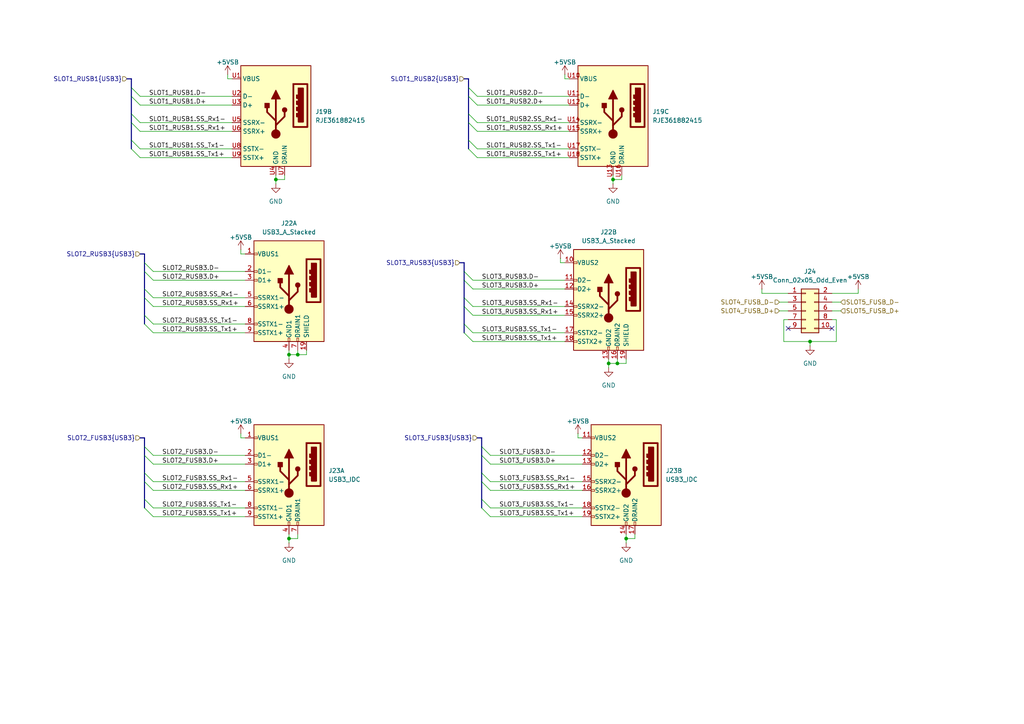
<source format=kicad_sch>
(kicad_sch (version 20250114) (generator "eeschema") (generator_version "9.0")
  (paper "A4")
  (lib_symbols
    (symbol "Connector:USB3_A_Stacked" (pin_names (offset 1.016))
      (property "Reference" "J" (at -10.16 15.24 0))
      (property "Value" "USB3_A_Stacked" (at 10.16 15.24 0))
      (symbol "USB3_A_Stacked_0_0"
        (rectangle (start -9.144 8.636) (end -5.08 -3.81) (stroke (width 0.508)))
        (rectangle (start -7.874 7.366) (end -6.604 -2.286) (stroke (width 0.508)) (fill (type outline)))
        (rectangle (start -6.35 5.334) (end -6.096 4.572) (stroke (width 0.508)))
        (rectangle (start -6.35 3.556) (end -6.096 2.794) (stroke (width 0.508)))
        (rectangle (start -6.35 1.778) (end -6.096 1.016) (stroke (width 0.508)))
        (rectangle (start -6.35 0) (end -6.096 -0.762) (stroke (width 0.508)))
        (rectangle (start -2.794 -15.24) (end -2.286 -14.224))
        (rectangle (start -0.254 -15.24) (end 0.254 -14.224))
        (rectangle (start 10.16 10.414) (end 9.144 9.906))
        (rectangle (start 10.16 5.334) (end 9.144 4.826))
        (rectangle (start 10.16 2.794) (end 9.144 2.286))
        (rectangle (start 10.16 -2.286) (end 9.144 -2.794))
        (rectangle (start 10.16 -4.826) (end 9.144 -5.334))
        (rectangle (start 10.16 -9.906) (end 9.144 -10.414))
        (rectangle (start 10.16 -12.446) (end 9.144 -12.954))
      )
      (symbol "USB3_A_Stacked_0_1"
        (rectangle (start -10.16 13.97) (end 10.16 -15.24) (stroke (width 0.254)) (fill (type background)))
        (pin passive line (at -5.08 -17.78 90) (length 2.54) (name "SHIELD") (number "19"))
      )
      (symbol "USB3_A_Stacked_1_1"
        (circle (center -2.54 1.143) (radius 0.635) (stroke (width 0.254)) (fill (type outline)))
        (polyline (pts (xy -1.27 4.318) (xy 0 6.858) (xy 1.27 4.318) (xy -1.27 4.318)) (stroke (width 0.254)) (fill (type outline)))
        (polyline (pts (xy 0 -2.032) (xy 2.54 0.508) (xy 2.54 1.778)) (stroke (width 0.508)))
        (polyline (pts (xy 0 -3.302) (xy -2.54 -0.762) (xy -2.54 0.508)) (stroke (width 0.508)))
        (polyline (pts (xy 0 -5.842) (xy 0 4.318)) (stroke (width 0.508)))
        (circle (center 0 -5.842) (radius 1.27) (fill (type outline)))
        (rectangle (start 1.905 1.778) (end 3.175 3.048) (stroke (width 0.254)) (fill (type outline)))
        (pin passive line (at -2.54 -17.78 90) (length 2.54) (name "DRAIN1") (number "7"))
        (pin power_in line (at 0 -17.78 90) (length 2.54) (name "GND1") (number "4"))
        (pin power_in line (at 12.7 10.16 180) (length 2.54) (name "VBUS1") (number "1"))
        (pin bidirectional line (at 12.7 5.08 180) (length 2.54) (name "D1-") (number "2"))
        (pin bidirectional line (at 12.7 2.54 180) (length 2.54) (name "D1+") (number "3"))
        (pin output line (at 12.7 -2.54 180) (length 2.54) (name "SSRX1-") (number "5"))
        (pin output line (at 12.7 -5.08 180) (length 2.54) (name "SSRX1+") (number "6"))
        (pin input line (at 12.7 -10.16 180) (length 2.54) (name "SSTX1-") (number "8"))
        (pin input line (at 12.7 -12.7 180) (length 2.54) (name "SSTX1+") (number "9"))
      )
      (symbol "USB3_A_Stacked_2_1"
        (circle (center -2.54 1.143) (radius 0.635) (stroke (width 0.254)) (fill (type outline)))
        (polyline (pts (xy -1.27 4.318) (xy 0 6.858) (xy 1.27 4.318) (xy -1.27 4.318)) (stroke (width 0.254)) (fill (type outline)))
        (polyline (pts (xy 0 -2.032) (xy 2.54 0.508) (xy 2.54 1.778)) (stroke (width 0.508)))
        (polyline (pts (xy 0 -3.302) (xy -2.54 -0.762) (xy -2.54 0.508)) (stroke (width 0.508)))
        (polyline (pts (xy 0 -5.842) (xy 0 4.318)) (stroke (width 0.508)))
        (circle (center 0 -5.842) (radius 1.27) (fill (type outline)))
        (rectangle (start 1.905 1.778) (end 3.175 3.048) (stroke (width 0.254)) (fill (type outline)))
        (pin passive line (at -2.54 -17.78 90) (length 2.54) (name "DRAIN2") (number "16"))
        (pin power_in line (at 0 -17.78 90) (length 2.54) (name "GND2") (number "13"))
        (pin power_in line (at 12.7 10.16 180) (length 2.54) (name "VBUS2") (number "10"))
        (pin bidirectional line (at 12.7 5.08 180) (length 2.54) (name "D2-") (number "11"))
        (pin bidirectional line (at 12.7 2.54 180) (length 2.54) (name "D2+") (number "12"))
        (pin output line (at 12.7 -2.54 180) (length 2.54) (name "SSRX2-") (number "14"))
        (pin output line (at 12.7 -5.08 180) (length 2.54) (name "SSRX2+") (number "15"))
        (pin input line (at 12.7 -10.16 180) (length 2.54) (name "SSTX2-") (number "17"))
        (pin input line (at 12.7 -12.7 180) (length 2.54) (name "SSTX2+") (number "18"))
      )
    )
    (symbol "Connector_Generic:Conn_02x05_Odd_Even" (pin_names (offset 1.016) (hide yes))
      (property "Reference" "J" (at 1.27 7.62 0))
      (property "Value" "Conn_02x05_Odd_Even" (at 1.27 -7.62 0))
      (symbol "Conn_02x05_Odd_Even_1_1"
        (rectangle (start -1.27 6.35) (end 3.81 -6.35) (stroke (width 0.254)) (fill (type background)))
        (rectangle (start -1.27 5.207) (end 0 4.953) (stroke (width 0.1524)))
        (rectangle (start -1.27 2.667) (end 0 2.413) (stroke (width 0.1524)))
        (rectangle (start -1.27 0.127) (end 0 -0.127) (stroke (width 0.1524)))
        (rectangle (start -1.27 -2.413) (end 0 -2.667) (stroke (width 0.1524)))
        (rectangle (start -1.27 -4.953) (end 0 -5.207) (stroke (width 0.1524)))
        (rectangle (start 3.81 5.207) (end 2.54 4.953) (stroke (width 0.1524)))
        (rectangle (start 3.81 2.667) (end 2.54 2.413) (stroke (width 0.1524)))
        (rectangle (start 3.81 0.127) (end 2.54 -0.127) (stroke (width 0.1524)))
        (rectangle (start 3.81 -2.413) (end 2.54 -2.667) (stroke (width 0.1524)))
        (rectangle (start 3.81 -4.953) (end 2.54 -5.207) (stroke (width 0.1524)))
        (pin passive line (at -5.08 5.08 0) (length 3.81) (name "Pin_1") (number "1"))
        (pin passive line (at -5.08 2.54 0) (length 3.81) (name "Pin_3") (number "3"))
        (pin passive line (at -5.08 0 0) (length 3.81) (name "Pin_5") (number "5"))
        (pin passive line (at -5.08 -2.54 0) (length 3.81) (name "Pin_7") (number "7"))
        (pin passive line (at -5.08 -5.08 0) (length 3.81) (name "Pin_9") (number "9"))
        (pin passive line (at 7.62 5.08 180) (length 3.81) (name "Pin_2") (number "2"))
        (pin passive line (at 7.62 2.54 180) (length 3.81) (name "Pin_4") (number "4"))
        (pin passive line (at 7.62 0 180) (length 3.81) (name "Pin_6") (number "6"))
        (pin passive line (at 7.62 -2.54 180) (length 3.81) (name "Pin_8") (number "8"))
        (pin passive line (at 7.62 -5.08 180) (length 3.81) (name "Pin_10") (number "10"))
      )
    )
    (symbol "custom:1xRJ45+2xUSB3"
      (property "Reference" "J" (at 0 0 0))
      (property "Value" "RJE361882415" (at 0 2.794 0))
      (symbol "1xRJ45+2xUSB3_1_1"
        (rectangle (start -7.62 -2.54) (end 7.62 -25.4) (stroke (width 0.254)) (fill (type background)))
        (polyline (pts (xy -7.62 -5.08) (xy -6.35 -5.08)))
        (polyline (pts (xy -7.62 -7.62) (xy -6.35 -7.62)))
        (polyline (pts (xy -7.62 -20.32) (xy -6.35 -20.32)))
        (polyline (pts (xy -7.62 -22.86) (xy -6.35 -22.86)))
        (polyline (pts (xy -6.858 -5.842) (xy -5.842 -5.842)))
        (polyline (pts (xy -6.858 -21.082) (xy -5.842 -21.082)))
        (polyline (pts (xy -6.35 -5.08) (xy -6.35 -5.842)))
        (polyline (pts (xy -6.35 -5.842) (xy -6.858 -6.858) (xy -5.842 -6.858) (xy -6.35 -5.842)))
        (polyline (pts (xy -6.35 -7.62) (xy -6.35 -6.858)))
        (polyline (pts (xy -6.35 -13.335) (xy -5.08 -13.335) (xy -5.08 -13.335)))
        (polyline (pts (xy -6.35 -14.605) (xy -5.08 -14.605) (xy -5.08 -14.605)))
        (polyline (pts (xy -6.35 -15.875) (xy -5.08 -15.875) (xy -5.08 -15.875)))
        (polyline (pts (xy -6.35 -17.145) (xy -5.08 -17.145) (xy -5.08 -17.145)))
        (polyline (pts (xy -6.35 -18.415) (xy -5.08 -18.415) (xy -5.08 -18.415)))
        (polyline (pts (xy -6.35 -19.685) (xy -6.35 -8.255) (xy 3.81 -8.255) (xy 3.81 -10.795) (xy 5.08 -10.795) (xy 5.08 -12.065) (xy 6.35 -12.065) (xy 6.35 -15.875) (xy 5.08 -15.875) (xy 5.08 -17.145) (xy 3.81 -17.145) (xy 3.81 -19.685) (xy -6.35 -19.685) (xy -6.35 -19.685)))
        (polyline (pts (xy -6.35 -20.32) (xy -6.35 -21.082)))
        (polyline (pts (xy -6.35 -21.082) (xy -6.858 -22.098) (xy -5.842 -22.098) (xy -6.35 -21.082)))
        (polyline (pts (xy -6.35 -22.86) (xy -6.35 -22.098)))
        (polyline (pts (xy -5.588 -6.096) (xy -5.08 -5.588) (xy -5.461 -5.715)))
        (polyline (pts (xy -5.588 -6.731) (xy -5.08 -6.223) (xy -5.461 -6.35)))
        (polyline (pts (xy -5.588 -21.336) (xy -5.08 -20.828) (xy -5.461 -20.955)))
        (polyline (pts (xy -5.588 -21.971) (xy -5.08 -21.463) (xy -5.461 -21.59)))
        (polyline (pts (xy -5.08 -5.588) (xy -5.207 -5.969)))
        (polyline (pts (xy -5.08 -6.223) (xy -5.207 -6.604)))
        (polyline (pts (xy -5.08 -9.525) (xy -6.35 -9.525)))
        (polyline (pts (xy -5.08 -10.795) (xy -6.35 -10.795)))
        (polyline (pts (xy -5.08 -12.065) (xy -6.35 -12.065) (xy -6.35 -12.065)))
        (polyline (pts (xy -5.08 -20.828) (xy -5.207 -21.209)))
        (polyline (pts (xy -5.08 -21.463) (xy -5.207 -21.844)))
        (pin passive line (at -10.16 -5.08 0) (length 2.54) (name "~") (number "D2"))
        (pin passive line (at -10.16 -7.62 0) (length 2.54) (name "~") (number "D1"))
        (pin passive line (at -10.16 -20.32 0) (length 2.54) (name "~") (number "D4"))
        (pin passive line (at -10.16 -22.86 0) (length 2.54) (name "~") (number "D3"))
        (pin passive line (at 0 -27.94 90) (length 2.54) (name "SH") (number "SH"))
        (pin passive line (at 10.16 -5.08 180) (length 2.54) (name "~") (number "8"))
        (pin passive line (at 10.16 -7.62 180) (length 2.54) (name "~") (number "7"))
        (pin passive line (at 10.16 -10.16 180) (length 2.54) (name "~") (number "6"))
        (pin passive line (at 10.16 -12.7 180) (length 2.54) (name "~") (number "5"))
        (pin passive line (at 10.16 -15.24 180) (length 2.54) (name "~") (number "4"))
        (pin passive line (at 10.16 -17.78 180) (length 2.54) (name "~") (number "3"))
        (pin passive line (at 10.16 -20.32 180) (length 2.54) (name "~") (number "2"))
        (pin passive line (at 10.16 -22.86 180) (length 2.54) (name "~") (number "1"))
      )
      (symbol "1xRJ45+2xUSB3_2_0"
        (rectangle (start -9.144 -6.604) (end -5.08 -19.05) (stroke (width 0.508)))
        (rectangle (start -7.874 -7.874) (end -6.604 -17.526) (stroke (width 0.508)) (fill (type outline)))
        (rectangle (start -6.35 -9.906) (end -6.096 -10.668) (stroke (width 0.508)))
        (rectangle (start -6.35 -11.684) (end -6.096 -12.446) (stroke (width 0.508)))
        (rectangle (start -6.35 -13.462) (end -6.096 -14.224) (stroke (width 0.508)))
        (rectangle (start -6.35 -15.24) (end -6.096 -16.002) (stroke (width 0.508)))
      )
      (symbol "1xRJ45+2xUSB3_2_1"
        (rectangle (start -10.16 -1.27) (end 10.16 -30.48) (stroke (width 0.254)) (fill (type background)))
        (circle (center -2.54 -14.097) (radius 0.635) (stroke (width 0.254)) (fill (type outline)))
        (polyline (pts (xy -1.27 -10.922) (xy 0 -8.382) (xy 1.27 -10.922) (xy -1.27 -10.922)) (stroke (width 0.254)) (fill (type outline)))
        (polyline (pts (xy 0 -17.272) (xy 2.54 -14.732) (xy 2.54 -13.462)) (stroke (width 0.508)))
        (polyline (pts (xy 0 -18.542) (xy -2.54 -16.002) (xy -2.54 -14.732)) (stroke (width 0.508)))
        (polyline (pts (xy 0 -21.082) (xy 0 -10.922)) (stroke (width 0.508)))
        (circle (center 0 -21.082) (radius 1.27) (fill (type outline)))
        (rectangle (start 1.905 -13.462) (end 3.175 -12.192) (stroke (width 0.254)) (fill (type outline)))
        (pin passive line (at -2.54 -33.02 90) (length 2.54) (name "DRAIN") (number "U7"))
        (pin power_in line (at 0 -33.02 90) (length 2.54) (name "GND") (number "U4"))
        (pin power_in line (at 12.7 -5.08 180) (length 2.54) (name "VBUS") (number "U1"))
        (pin bidirectional line (at 12.7 -10.16 180) (length 2.54) (name "D-") (number "U2"))
        (pin bidirectional line (at 12.7 -12.7 180) (length 2.54) (name "D+") (number "U3"))
        (pin output line (at 12.7 -17.78 180) (length 2.54) (name "SSRX-") (number "U5"))
        (pin output line (at 12.7 -20.32 180) (length 2.54) (name "SSRX+") (number "U6"))
        (pin input line (at 12.7 -25.4 180) (length 2.54) (name "SSTX-") (number "U8"))
        (pin input line (at 12.7 -27.94 180) (length 2.54) (name "SSTX+") (number "U9"))
      )
      (symbol "1xRJ45+2xUSB3_3_0"
        (rectangle (start -9.144 -6.604) (end -5.08 -19.05) (stroke (width 0.508)))
        (rectangle (start -7.874 -7.874) (end -6.604 -17.526) (stroke (width 0.508)) (fill (type outline)))
        (rectangle (start -6.35 -9.906) (end -6.096 -10.668) (stroke (width 0.508)))
        (rectangle (start -6.35 -11.684) (end -6.096 -12.446) (stroke (width 0.508)))
        (rectangle (start -6.35 -13.462) (end -6.096 -14.224) (stroke (width 0.508)))
        (rectangle (start -6.35 -15.24) (end -6.096 -16.002) (stroke (width 0.508)))
      )
      (symbol "1xRJ45+2xUSB3_3_1"
        (rectangle (start -10.16 -1.27) (end 10.16 -30.48) (stroke (width 0.254)) (fill (type background)))
        (circle (center -2.54 -14.097) (radius 0.635) (stroke (width 0.254)) (fill (type outline)))
        (polyline (pts (xy -1.27 -10.922) (xy 0 -8.382) (xy 1.27 -10.922) (xy -1.27 -10.922)) (stroke (width 0.254)) (fill (type outline)))
        (polyline (pts (xy 0 -17.272) (xy 2.54 -14.732) (xy 2.54 -13.462)) (stroke (width 0.508)))
        (polyline (pts (xy 0 -18.542) (xy -2.54 -16.002) (xy -2.54 -14.732)) (stroke (width 0.508)))
        (polyline (pts (xy 0 -21.082) (xy 0 -10.922)) (stroke (width 0.508)))
        (circle (center 0 -21.082) (radius 1.27) (fill (type outline)))
        (rectangle (start 1.905 -13.462) (end 3.175 -12.192) (stroke (width 0.254)) (fill (type outline)))
        (pin passive line (at -2.54 -33.02 90) (length 2.54) (name "DRAIN") (number "U16"))
        (pin power_in line (at 0 -33.02 90) (length 2.54) (name "GND") (number "U13"))
        (pin power_in line (at 12.7 -5.08 180) (length 2.54) (name "VBUS") (number "U10"))
        (pin bidirectional line (at 12.7 -10.16 180) (length 2.54) (name "D-") (number "U11"))
        (pin bidirectional line (at 12.7 -12.7 180) (length 2.54) (name "D+") (number "U12"))
        (pin output line (at 12.7 -17.78 180) (length 2.54) (name "SSRX-") (number "U14"))
        (pin output line (at 12.7 -20.32 180) (length 2.54) (name "SSRX+") (number "U15"))
        (pin input line (at 12.7 -25.4 180) (length 2.54) (name "SSTX-") (number "U17"))
        (pin input line (at 12.7 -27.94 180) (length 2.54) (name "SSTX+") (number "U18"))
      )
    )
    (symbol "custom:USB3_IDC" (pin_names (offset 1.016))
      (property "Reference" "J" (at -10.16 15.24 0))
      (property "Value" "USB3_IDC" (at 10.16 15.24 0))
      (symbol "USB3_IDC_0_0"
        (rectangle (start -9.144 8.636) (end -5.08 -3.81) (stroke (width 0.508)))
        (rectangle (start -7.874 7.366) (end -6.604 -2.286) (stroke (width 0.508)) (fill (type outline)))
        (rectangle (start -6.35 5.334) (end -6.096 4.572) (stroke (width 0.508)))
        (rectangle (start -6.35 3.556) (end -6.096 2.794) (stroke (width 0.508)))
        (rectangle (start -6.35 1.778) (end -6.096 1.016) (stroke (width 0.508)))
        (rectangle (start -6.35 0) (end -6.096 -0.762) (stroke (width 0.508)))
        (rectangle (start -2.794 -15.24) (end -2.286 -14.224))
        (rectangle (start -0.254 -15.24) (end 0.254 -14.224))
        (rectangle (start 10.16 10.414) (end 9.144 9.906))
        (rectangle (start 10.16 5.334) (end 9.144 4.826))
        (rectangle (start 10.16 2.794) (end 9.144 2.286))
        (rectangle (start 10.16 -2.286) (end 9.144 -2.794))
        (rectangle (start 10.16 -4.826) (end 9.144 -5.334))
        (rectangle (start 10.16 -9.906) (end 9.144 -10.414))
        (rectangle (start 10.16 -12.446) (end 9.144 -12.954))
      )
      (symbol "USB3_IDC_0_1"
        (rectangle (start -10.16 13.97) (end 10.16 -15.24) (stroke (width 0.254)) (fill (type background)))
      )
      (symbol "USB3_IDC_1_1"
        (circle (center -2.54 1.143) (radius 0.635) (stroke (width 0.254)) (fill (type outline)))
        (polyline (pts (xy -1.27 4.318) (xy 0 6.858) (xy 1.27 4.318) (xy -1.27 4.318)) (stroke (width 0.254)) (fill (type outline)))
        (polyline (pts (xy 0 -2.032) (xy 2.54 0.508) (xy 2.54 1.778)) (stroke (width 0.508)))
        (polyline (pts (xy 0 -3.302) (xy -2.54 -0.762) (xy -2.54 0.508)) (stroke (width 0.508)))
        (polyline (pts (xy 0 -5.842) (xy 0 4.318)) (stroke (width 0.508)))
        (circle (center 0 -5.842) (radius 1.27) (fill (type outline)))
        (rectangle (start 1.905 1.778) (end 3.175 3.048) (stroke (width 0.254)) (fill (type outline)))
        (pin passive line (at -2.54 -17.78 90) (length 2.54) (name "DRAIN1") (number "7"))
        (pin power_in line (at 0 -17.78 90) (length 2.54) (name "GND1") (number "4"))
        (pin no_connect line (at 7.62 -19.05 180) (length 2.54) (hide yes) (name "NC") (number "10"))
        (pin no_connect line (at 7.62 -21.59 180) (length 2.54) (hide yes) (name "NC") (number "20"))
        (pin power_in line (at 12.7 10.16 180) (length 2.54) (name "VBUS1") (number "1"))
        (pin bidirectional line (at 12.7 5.08 180) (length 2.54) (name "D1-") (number "2"))
        (pin bidirectional line (at 12.7 2.54 180) (length 2.54) (name "D1+") (number "3"))
        (pin output line (at 12.7 -2.54 180) (length 2.54) (name "SSRX1-") (number "5"))
        (pin output line (at 12.7 -5.08 180) (length 2.54) (name "SSRX1+") (number "6"))
        (pin input line (at 12.7 -10.16 180) (length 2.54) (name "SSTX1-") (number "8"))
        (pin input line (at 12.7 -12.7 180) (length 2.54) (name "SSTX1+") (number "9"))
      )
      (symbol "USB3_IDC_2_1"
        (circle (center -2.54 1.143) (radius 0.635) (stroke (width 0.254)) (fill (type outline)))
        (polyline (pts (xy -1.27 4.318) (xy 0 6.858) (xy 1.27 4.318) (xy -1.27 4.318)) (stroke (width 0.254)) (fill (type outline)))
        (polyline (pts (xy 0 -2.032) (xy 2.54 0.508) (xy 2.54 1.778)) (stroke (width 0.508)))
        (polyline (pts (xy 0 -3.302) (xy -2.54 -0.762) (xy -2.54 0.508)) (stroke (width 0.508)))
        (polyline (pts (xy 0 -5.842) (xy 0 4.318)) (stroke (width 0.508)))
        (circle (center 0 -5.842) (radius 1.27) (fill (type outline)))
        (rectangle (start 1.905 1.778) (end 3.175 3.048) (stroke (width 0.254)) (fill (type outline)))
        (pin passive line (at -2.54 -17.78 90) (length 2.54) (name "DRAIN2") (number "17"))
        (pin power_in line (at 0 -17.78 90) (length 2.54) (name "GND2") (number "14"))
        (pin power_in line (at 12.7 10.16 180) (length 2.54) (name "VBUS2") (number "11"))
        (pin bidirectional line (at 12.7 5.08 180) (length 2.54) (name "D2-") (number "12"))
        (pin bidirectional line (at 12.7 2.54 180) (length 2.54) (name "D2+") (number "13"))
        (pin output line (at 12.7 -2.54 180) (length 2.54) (name "SSRX2-") (number "15"))
        (pin output line (at 12.7 -5.08 180) (length 2.54) (name "SSRX2+") (number "16"))
        (pin input line (at 12.7 -10.16 180) (length 2.54) (name "SSTX2-") (number "18"))
        (pin input line (at 12.7 -12.7 180) (length 2.54) (name "SSTX2+") (number "19"))
      )
    )
    (symbol "power:+5V" (power) (pin_numbers (hide yes)) (pin_names (offset 0) (hide yes))
      (property "Value" "+5V" (at 0 3.556 0))
      (symbol "+5V_0_1"
        (polyline (pts (xy -0.762 1.27) (xy 0 2.54)))
        (polyline (pts (xy 0 2.54) (xy 0.762 1.27)))
        (polyline (pts (xy 0 0) (xy 0 2.54)))
      )
      (symbol "+5V_1_1"
        (pin power_in line (at 0 0 90) (length 0) (name "~") (number "1"))
      )
    )
    (symbol "power:GND" (power) (pin_numbers (hide yes)) (pin_names (offset 0) (hide yes))
      (property "Value" "GND" (at 0 -3.81 0))
      (symbol "GND_0_1"
        (polyline (pts (xy 0 0) (xy 0 -1.27) (xy 1.27 -1.27) (xy 0 -2.54) (xy -1.27 -1.27) (xy 0 -1.27)))
      )
      (symbol "GND_1_1"
        (pin power_in line (at 0 0 270) (length 0) (name "~") (number "1"))
      )
    )
  )
  (junction (at 83.82 102.87))
  (junction (at 177.8 52.07))
  (junction (at 234.95 99.06))
  (junction (at 179.07 105.41))
  (junction (at 80.01 52.07))
  (junction (at 176.53 105.41))
  (junction (at 181.61 156.21))
  (junction (at 83.82 156.21))
  (junction (at 86.36 102.87))
  (no_connect (at 241.3 95.25))
  (no_connect (at 228.6 95.25))
  (bus_entry (at 139.7 137.16) (size 2.54 2.54))
  (bus_entry (at 41.91 144.78) (size 2.54 2.54))
  (bus_entry (at 41.91 129.54) (size 2.54 2.54))
  (bus_entry (at 41.91 139.7) (size 2.54 2.54))
  (bus_entry (at 139.7 139.7) (size 2.54 2.54))
  (bus_entry (at 134.62 96.52) (size 2.54 2.54))
  (bus_entry (at 38.1 35.56) (size 2.54 2.54))
  (bus_entry (at 41.91 83.82) (size 2.54 2.54))
  (bus_entry (at 139.7 144.78) (size 2.54 2.54))
  (bus_entry (at 38.1 25.4) (size 2.54 2.54))
  (bus_entry (at 139.7 132.08) (size 2.54 2.54))
  (bus_entry (at 38.1 43.18) (size 2.54 2.54))
  (bus_entry (at 38.1 40.64) (size 2.54 2.54))
  (bus_entry (at 41.91 137.16) (size 2.54 2.54))
  (bus_entry (at 135.89 27.94) (size 2.54 2.54))
  (bus_entry (at 135.89 43.18) (size 2.54 2.54))
  (bus_entry (at 135.89 35.56) (size 2.54 2.54))
  (bus_entry (at 41.91 91.44) (size 2.54 2.54))
  (bus_entry (at 134.62 86.36) (size 2.54 2.54))
  (bus_entry (at 135.89 25.4) (size 2.54 2.54))
  (bus_entry (at 134.62 88.9) (size 2.54 2.54))
  (bus_entry (at 38.1 33.02) (size 2.54 2.54))
  (bus_entry (at 41.91 86.36) (size 2.54 2.54))
  (bus_entry (at 38.1 27.94) (size 2.54 2.54))
  (bus_entry (at 41.91 132.08) (size 2.54 2.54))
  (bus_entry (at 41.91 76.2) (size 2.54 2.54))
  (bus_entry (at 134.62 93.98) (size 2.54 2.54))
  (bus_entry (at 135.89 33.02) (size 2.54 2.54))
  (bus_entry (at 41.91 147.32) (size 2.54 2.54))
  (bus_entry (at 135.89 40.64) (size 2.54 2.54))
  (bus_entry (at 134.62 78.74) (size 2.54 2.54))
  (bus_entry (at 134.62 81.28) (size 2.54 2.54))
  (bus_entry (at 139.7 147.32) (size 2.54 2.54))
  (bus_entry (at 41.91 93.98) (size 2.54 2.54))
  (bus_entry (at 41.91 78.74) (size 2.54 2.54))
  (bus_entry (at 139.7 129.54) (size 2.54 2.54))
  (wire (pts (xy 137.16 96.52) (xy 163.83 96.52)))
  (wire (pts (xy 176.53 104.14) (xy 176.53 105.41)))
  (wire (pts (xy 184.15 154.94) (xy 184.15 156.21)))
  (wire (pts (xy 44.45 93.98) (xy 71.12 93.98)))
  (wire (pts (xy 138.43 35.56) (xy 165.1 35.56)))
  (bus (pts (xy 139.7 139.7) (xy 139.7 144.78)))
  (wire (pts (xy 44.45 142.24) (xy 71.12 142.24)))
  (wire (pts (xy 137.16 91.44) (xy 163.83 91.44)))
  (wire (pts (xy 142.24 132.08) (xy 168.91 132.08)))
  (wire (pts (xy 83.82 102.87) (xy 83.82 104.14)))
  (bus (pts (xy 139.7 127) (xy 139.7 129.54)))
  (bus (pts (xy 135.89 27.94) (xy 135.89 33.02)))
  (wire (pts (xy 181.61 105.41) (xy 181.61 104.14)))
  (wire (pts (xy 137.16 88.9) (xy 163.83 88.9)))
  (wire (pts (xy 184.15 156.21) (xy 181.61 156.21)))
  (wire (pts (xy 44.45 96.52) (xy 71.12 96.52)))
  (wire (pts (xy 234.95 99.06) (xy 234.95 100.33)))
  (wire (pts (xy 44.45 78.74) (xy 71.12 78.74)))
  (wire (pts (xy 163.83 22.86) (xy 165.1 22.86)))
  (bus (pts (xy 134.62 78.74) (xy 134.62 81.28)))
  (wire (pts (xy 177.8 52.07) (xy 177.8 53.34)))
  (wire (pts (xy 86.36 102.87) (xy 88.9 102.87)))
  (bus (pts (xy 41.91 127) (xy 41.91 129.54)))
  (wire (pts (xy 181.61 154.94) (xy 181.61 156.21)))
  (bus (pts (xy 41.91 129.54) (xy 41.91 132.08)))
  (wire (pts (xy 138.43 38.1) (xy 165.1 38.1)))
  (wire (pts (xy 162.56 74.93) (xy 162.56 76.2)))
  (wire (pts (xy 242.57 99.06) (xy 234.95 99.06)))
  (bus (pts (xy 139.7 144.78) (xy 139.7 147.32)))
  (bus (pts (xy 138.43 127) (xy 139.7 127)))
  (wire (pts (xy 180.34 50.8) (xy 180.34 52.07)))
  (wire (pts (xy 86.36 102.87) (xy 83.82 102.87)))
  (wire (pts (xy 241.3 87.63) (xy 243.84 87.63)))
  (bus (pts (xy 135.89 22.86) (xy 135.89 25.4)))
  (wire (pts (xy 80.01 52.07) (xy 80.01 53.34)))
  (bus (pts (xy 38.1 33.02) (xy 38.1 35.56)))
  (wire (pts (xy 138.43 27.94) (xy 165.1 27.94)))
  (bus (pts (xy 41.91 78.74) (xy 41.91 83.82)))
  (wire (pts (xy 167.64 127) (xy 168.91 127)))
  (wire (pts (xy 40.64 45.72) (xy 67.31 45.72)))
  (wire (pts (xy 241.3 85.09) (xy 248.92 85.09)))
  (wire (pts (xy 242.57 92.71) (xy 242.57 99.06)))
  (wire (pts (xy 248.92 83.82) (xy 248.92 85.09)))
  (wire (pts (xy 40.64 43.18) (xy 67.31 43.18)))
  (wire (pts (xy 44.45 132.08) (xy 71.12 132.08)))
  (bus (pts (xy 41.91 144.78) (xy 41.91 147.32)))
  (bus (pts (xy 40.64 73.66) (xy 41.91 73.66)))
  (wire (pts (xy 227.33 92.71) (xy 227.33 99.06)))
  (bus (pts (xy 139.7 137.16) (xy 139.7 139.7)))
  (bus (pts (xy 40.64 127) (xy 41.91 127)))
  (wire (pts (xy 142.24 139.7) (xy 168.91 139.7)))
  (bus (pts (xy 135.89 40.64) (xy 135.89 43.18)))
  (bus (pts (xy 38.1 27.94) (xy 38.1 33.02)))
  (wire (pts (xy 69.85 127) (xy 71.12 127)))
  (wire (pts (xy 69.85 72.39) (xy 69.85 73.66)))
  (wire (pts (xy 228.6 92.71) (xy 227.33 92.71)))
  (wire (pts (xy 181.61 156.21) (xy 181.61 157.48)))
  (wire (pts (xy 179.07 105.41) (xy 176.53 105.41)))
  (wire (pts (xy 137.16 99.06) (xy 163.83 99.06)))
  (bus (pts (xy 41.91 73.66) (xy 41.91 76.2)))
  (wire (pts (xy 180.34 52.07) (xy 177.8 52.07)))
  (wire (pts (xy 226.06 90.17) (xy 228.6 90.17)))
  (wire (pts (xy 82.55 52.07) (xy 80.01 52.07)))
  (bus (pts (xy 41.91 139.7) (xy 41.91 144.78)))
  (bus (pts (xy 134.62 86.36) (xy 134.62 88.9)))
  (wire (pts (xy 82.55 50.8) (xy 82.55 52.07)))
  (wire (pts (xy 167.64 125.73) (xy 167.64 127)))
  (wire (pts (xy 83.82 101.6) (xy 83.82 102.87)))
  (wire (pts (xy 138.43 45.72) (xy 165.1 45.72)))
  (bus (pts (xy 38.1 25.4) (xy 38.1 27.94)))
  (wire (pts (xy 80.01 50.8) (xy 80.01 52.07)))
  (wire (pts (xy 69.85 125.73) (xy 69.85 127)))
  (bus (pts (xy 41.91 132.08) (xy 41.91 137.16)))
  (bus (pts (xy 41.91 137.16) (xy 41.91 139.7)))
  (wire (pts (xy 44.45 147.32) (xy 71.12 147.32)))
  (bus (pts (xy 133.35 76.2) (xy 134.62 76.2)))
  (wire (pts (xy 44.45 134.62) (xy 71.12 134.62)))
  (bus (pts (xy 135.89 33.02) (xy 135.89 35.56)))
  (wire (pts (xy 179.07 104.14) (xy 179.07 105.41)))
  (wire (pts (xy 86.36 154.94) (xy 86.36 156.21)))
  (wire (pts (xy 44.45 149.86) (xy 71.12 149.86)))
  (bus (pts (xy 38.1 35.56) (xy 38.1 40.64)))
  (wire (pts (xy 162.56 76.2) (xy 163.83 76.2)))
  (wire (pts (xy 88.9 102.87) (xy 88.9 101.6)))
  (wire (pts (xy 220.98 83.82) (xy 220.98 85.09)))
  (wire (pts (xy 137.16 81.28) (xy 163.83 81.28)))
  (bus (pts (xy 41.91 76.2) (xy 41.91 78.74)))
  (wire (pts (xy 176.53 105.41) (xy 176.53 106.68)))
  (wire (pts (xy 142.24 149.86) (xy 168.91 149.86)))
  (wire (pts (xy 138.43 43.18) (xy 165.1 43.18)))
  (bus (pts (xy 38.1 40.64) (xy 38.1 43.18)))
  (bus (pts (xy 139.7 129.54) (xy 139.7 132.08)))
  (wire (pts (xy 241.3 90.17) (xy 243.84 90.17)))
  (wire (pts (xy 179.07 105.41) (xy 181.61 105.41)))
  (wire (pts (xy 227.33 99.06) (xy 234.95 99.06)))
  (wire (pts (xy 137.16 83.82) (xy 163.83 83.82)))
  (bus (pts (xy 139.7 132.08) (xy 139.7 137.16)))
  (wire (pts (xy 177.8 50.8) (xy 177.8 52.07)))
  (wire (pts (xy 138.43 30.48) (xy 165.1 30.48)))
  (wire (pts (xy 226.06 87.63) (xy 228.6 87.63)))
  (wire (pts (xy 86.36 101.6) (xy 86.36 102.87)))
  (wire (pts (xy 83.82 156.21) (xy 83.82 157.48)))
  (bus (pts (xy 38.1 22.86) (xy 38.1 25.4)))
  (bus (pts (xy 135.89 35.56) (xy 135.89 40.64)))
  (wire (pts (xy 142.24 142.24) (xy 168.91 142.24)))
  (wire (pts (xy 44.45 86.36) (xy 71.12 86.36)))
  (wire (pts (xy 142.24 147.32) (xy 168.91 147.32)))
  (wire (pts (xy 66.04 21.59) (xy 66.04 22.86)))
  (bus (pts (xy 135.89 25.4) (xy 135.89 27.94)))
  (wire (pts (xy 44.45 88.9) (xy 71.12 88.9)))
  (wire (pts (xy 220.98 85.09) (xy 228.6 85.09)))
  (bus (pts (xy 134.62 76.2) (xy 134.62 78.74)))
  (wire (pts (xy 44.45 81.28) (xy 71.12 81.28)))
  (bus (pts (xy 134.62 22.86) (xy 135.89 22.86)))
  (wire (pts (xy 40.64 30.48) (xy 67.31 30.48)))
  (wire (pts (xy 86.36 156.21) (xy 83.82 156.21)))
  (bus (pts (xy 134.62 88.9) (xy 134.62 93.98)))
  (wire (pts (xy 142.24 134.62) (xy 168.91 134.62)))
  (bus (pts (xy 134.62 81.28) (xy 134.62 86.36)))
  (wire (pts (xy 40.64 27.94) (xy 67.31 27.94)))
  (wire (pts (xy 83.82 154.94) (xy 83.82 156.21)))
  (wire (pts (xy 40.64 35.56) (xy 67.31 35.56)))
  (bus (pts (xy 134.62 93.98) (xy 134.62 96.52)))
  (wire (pts (xy 241.3 92.71) (xy 242.57 92.71)))
  (bus (pts (xy 41.91 83.82) (xy 41.91 86.36)))
  (bus (pts (xy 36.83 22.86) (xy 38.1 22.86)))
  (bus (pts (xy 41.91 86.36) (xy 41.91 91.44)))
  (wire (pts (xy 163.83 21.59) (xy 163.83 22.86)))
  (wire (pts (xy 66.04 22.86) (xy 67.31 22.86)))
  (wire (pts (xy 40.64 38.1) (xy 67.31 38.1)))
  (wire (pts (xy 69.85 73.66) (xy 71.12 73.66)))
  (bus (pts (xy 41.91 91.44) (xy 41.91 93.98)))
  (wire (pts (xy 44.45 139.7) (xy 71.12 139.7)))
  (label "SLOT2_RUSB3.SS_Rx1+" (at 46.99 88.9 0))
  (label "SLOT3_RUSB3.SS_Tx1-" (at 139.7 96.52 0))
  (label "SLOT2_RUSB3.SS_Tx1-" (at 46.99 93.98 0))
  (label "SLOT2_FUSB3.D-" (at 46.99 132.08 0))
  (label "SLOT3_FUSB3.SS_Rx1-" (at 144.78 139.7 0))
  (label "SLOT2_FUSB3.SS_Tx1+" (at 46.99 149.86 0))
  (label "SLOT1_RUSB2.SS_Rx1-" (at 140.97 35.56 0))
  (label "SLOT3_FUSB3.SS_Tx1+" (at 144.78 149.86 0))
  (label "SLOT1_RUSB1.SS_Tx1-" (at 43.18 43.18 0))
  (label "SLOT3_FUSB3.D-" (at 144.78 132.08 0))
  (label "SLOT1_RUSB1.D+" (at 43.18 30.48 0))
  (label "SLOT2_RUSB3.D-" (at 46.99 78.74 0))
  (label "SLOT1_RUSB2.SS_Tx1+" (at 140.97 45.72 0))
  (label "SLOT2_FUSB3.SS_Rx1+" (at 46.99 142.24 0))
  (label "SLOT3_RUSB3.SS_Tx1+" (at 139.7 99.06 0))
  (label "SLOT2_RUSB3.SS_Tx1+" (at 46.99 96.52 0))
  (label "SLOT3_RUSB3.SS_Rx1-" (at 139.7 88.9 0))
  (label "SLOT1_RUSB1.SS_Tx1+" (at 43.18 45.72 0))
  (label "SLOT2_RUSB3.D+" (at 46.99 81.28 0))
  (label "SLOT3_RUSB3.SS_Rx1+" (at 139.7 91.44 0))
  (label "SLOT3_RUSB3.D+" (at 139.7 83.82 0))
  (label "SLOT3_FUSB3.SS_Tx1-" (at 144.78 147.32 0))
  (label "SLOT1_RUSB2.SS_Rx1+" (at 140.97 38.1 0))
  (label "SLOT2_FUSB3.SS_Rx1-" (at 46.99 139.7 0))
  (label "SLOT2_FUSB3.SS_Tx1-" (at 46.99 147.32 0))
  (label "SLOT1_RUSB2.D+" (at 140.97 30.48 0))
  (label "SLOT2_RUSB3.SS_Rx1-" (at 46.99 86.36 0))
  (label "SLOT3_FUSB3.D+" (at 144.78 134.62 0))
  (label "SLOT3_FUSB3.SS_Rx1+" (at 144.78 142.24 0))
  (label "SLOT2_FUSB3.D+" (at 46.99 134.62 0))
  (label "SLOT3_RUSB3.D-" (at 139.7 81.28 0))
  (label "SLOT1_RUSB2.SS_Tx1-" (at 140.97 43.18 0))
  (label "SLOT1_RUSB1.SS_Rx1+" (at 43.18 38.1 0))
  (label "SLOT1_RUSB1.SS_Rx1-" (at 43.18 35.56 0))
  (label "SLOT1_RUSB2.D-" (at 140.97 27.94 0))
  (label "SLOT1_RUSB1.D-" (at 43.18 27.94 0))
  (hierarchical_label "SLOT1_RUSB2{USB3}" (shape input) (at 134.62 22.86 180))
  (hierarchical_label "SLOT4_FUSB_D+" (shape input) (at 226.06 90.17 180))
  (hierarchical_label "SLOT3_FUSB3{USB3}" (shape input) (at 138.43 127 180))
  (hierarchical_label "SLOT5_FUSB_D+" (shape input) (at 243.84 90.17 0))
  (hierarchical_label "SLOT2_FUSB3{USB3}" (shape input) (at 40.64 127 180))
  (hierarchical_label "SLOT1_RUSB1{USB3}" (shape input) (at 36.83 22.86 180))
  (hierarchical_label "SLOT3_RUSB3{USB3}" (shape input) (at 133.35 76.2 180))
  (hierarchical_label "SLOT2_RUSB3{USB3}" (shape input) (at 40.64 73.66 180))
  (hierarchical_label "SLOT4_FUSB_D-" (shape input) (at 226.06 87.63 180))
  (hierarchical_label "SLOT5_FUSB_D-" (shape input) (at 243.84 87.63 0))
  (symbol (lib_id "power:GND") (at 80.01 53.34 0) (unit 1)
    (property "Reference" "#PWR0273" (effects (hide yes)))
    (property "Value" "GND" (at 80.01 58.42 0))
    (property "Description" "Power symbol creates a global label with name \"GND\" , ground" (effects (hide yes)))
  )
  (symbol (lib_id "power:+5V") (at 248.92 83.82 0) (mirror y) (unit 1)
    (property "Reference" "#PWR0284" (effects (hide yes)))
    (property "Value" "+5VSB" (at 248.92 80.264 0))
    (property "Description" "Power symbol creates a global label with name \"+5V\"" (effects (hide yes)))
  )
  (symbol (lib_id "power:+5V") (at 162.56 74.93 0) (unit 1)
    (property "Reference" "#PWR0276" (effects (hide yes)))
    (property "Value" "+5VSB" (at 162.56 71.374 0))
    (property "Description" "Power symbol creates a global label with name \"+5V\"" (effects (hide yes)))
  )
  (symbol (lib_id "power:+5V") (at 220.98 83.82 0) (unit 1)
    (property "Reference" "#PWR0282" (effects (hide yes)))
    (property "Value" "+5VSB" (at 220.98 80.264 0))
    (property "Description" "Power symbol creates a global label with name \"+5V\"" (effects (hide yes)))
  )
  (symbol (lib_id "power:GND") (at 83.82 157.48 0) (unit 1)
    (property "Reference" "#PWR0275" (effects (hide yes)))
    (property "Value" "GND" (at 83.82 162.56 0))
    (property "Description" "Power symbol creates a global label with name \"GND\" , ground" (effects (hide yes)))
  )
  (symbol (lib_id "power:+5V") (at 69.85 125.73 0) (unit 1)
    (property "Reference" "#PWR0272" (effects (hide yes)))
    (property "Value" "+5VSB" (at 69.85 122.174 0))
    (property "Description" "Power symbol creates a global label with name \"+5V\"" (effects (hide yes)))
  )
  (symbol (lib_id "custom:1xRJ45+2xUSB3") (at 177.8 17.78 0) (mirror y) (unit 3)
    (property "Reference" "J19" (at 189.23 32.3849 0) (effects (justify right)))
    (property "Value" "RJE361882415" (at 189.23 34.9249 0) (effects (justify right)))
    (property "Datasheet" "https://cdn.amphenol-cs.com/media/wysiwyg/files/drawing/p-rje36-188-2xx5.pdf" (effects (hide yes)))
  )
  (symbol (lib_id "power:+5V") (at 163.83 21.59 0) (unit 1)
    (property "Reference" "#PWR0277" (effects (hide yes)))
    (property "Value" "+5VSB" (at 163.83 18.034 0))
    (property "Description" "Power symbol creates a global label with name \"+5V\"" (effects (hide yes)))
  )
  (symbol (lib_id "Connector:USB3_A_Stacked") (at 176.53 86.36 0) (mirror y) (unit 2)
    (property "Reference" "J22" (at 176.53 67.31 0))
    (property "Value" "USB3_A_Stacked" (at 176.53 69.85 0))
    (property "Description" "USB 3.0 A connector, stacked" (effects (hide yes)))
  )
  (symbol (lib_id "power:+5V") (at 69.85 72.39 0) (unit 1)
    (property "Reference" "#PWR0271" (effects (hide yes)))
    (property "Value" "+5VSB" (at 69.85 68.834 0))
    (property "Description" "Power symbol creates a global label with name \"+5V\"" (effects (hide yes)))
  )
  (symbol (lib_id "custom:1xRJ45+2xUSB3") (at 80.01 17.78 0) (mirror y) (unit 2)
    (property "Reference" "J19" (at 91.44 32.3849 0) (effects (justify right)))
    (property "Value" "RJE361882415" (at 91.44 34.9249 0) (effects (justify right)))
    (property "Datasheet" "https://cdn.amphenol-cs.com/media/wysiwyg/files/drawing/p-rje36-188-2xx5.pdf" (effects (hide yes)))
  )
  (symbol (lib_id "power:GND") (at 181.61 157.48 0) (unit 1)
    (property "Reference" "#PWR0281" (effects (hide yes)))
    (property "Value" "GND" (at 181.61 162.56 0))
    (property "Description" "Power symbol creates a global label with name \"GND\" , ground" (effects (hide yes)))
  )
  (symbol (lib_id "power:GND") (at 176.53 106.68 0) (unit 1)
    (property "Reference" "#PWR0279" (effects (hide yes)))
    (property "Value" "GND" (at 176.53 111.76 0))
    (property "Description" "Power symbol creates a global label with name \"GND\" , ground" (effects (hide yes)))
  )
  (symbol (lib_id "power:GND") (at 83.82 104.14 0) (unit 1)
    (property "Reference" "#PWR0274" (effects (hide yes)))
    (property "Value" "GND" (at 83.82 109.22 0))
    (property "Description" "Power symbol creates a global label with name \"GND\" , ground" (effects (hide yes)))
  )
  (symbol (lib_id "custom:USB3_IDC") (at 83.82 137.16 0) (mirror y) (unit 1)
    (property "Reference" "J23" (at 95.25 136.5249 0) (effects (justify right)))
    (property "Value" "USB3_IDC" (at 95.25 139.0649 0) (effects (justify right)))
    (property "Footprint" "Connector_IDC:IDC-Header_2x10_P2.54mm_Vertical" (effects (hide yes)))
    (property "Description" "USB 3.0 A connector, stacked" (effects (hide yes)))
  )
  (symbol (lib_id "Connector_Generic:Conn_02x05_Odd_Even") (at 233.68 90.17 0) (unit 1)
    (property "Reference" "J24" (at 234.95 78.74 0))
    (property "Value" "Conn_02x05_Odd_Even" (at 234.95 81.28 0))
    (property "Description" "Generic connector, double row, 02x05, odd/even pin numbering scheme (row 1 odd numbers, row 2 even numbers), script generated (kicad-library-utils/schlib/autogen/connector/)" (effects (hide yes)))
  )
  (symbol (lib_id "power:GND") (at 177.8 53.34 0) (unit 1)
    (property "Reference" "#PWR0280" (effects (hide yes)))
    (property "Value" "GND" (at 177.8 58.42 0))
    (property "Description" "Power symbol creates a global label with name \"GND\" , ground" (effects (hide yes)))
  )
  (symbol (lib_id "power:GND") (at 234.95 100.33 0) (unit 1)
    (property "Reference" "#PWR0283" (effects (hide yes)))
    (property "Value" "GND" (at 234.95 105.41 0))
    (property "Description" "Power symbol creates a global label with name \"GND\" , ground" (effects (hide yes)))
  )
  (symbol (lib_id "custom:USB3_IDC") (at 181.61 137.16 0) (mirror y) (unit 2)
    (property "Reference" "J23" (at 193.04 136.5249 0) (effects (justify right)))
    (property "Value" "USB3_IDC" (at 193.04 139.0649 0) (effects (justify right)))
    (property "Footprint" "Connector_IDC:IDC-Header_2x10_P2.54mm_Vertical" (effects (hide yes)))
    (property "Description" "USB 3.0 A connector, stacked" (effects (hide yes)))
  )
  (symbol (lib_id "power:+5V") (at 167.64 125.73 0) (unit 1)
    (property "Reference" "#PWR0278" (effects (hide yes)))
    (property "Value" "+5VSB" (at 167.64 122.174 0))
    (property "Description" "Power symbol creates a global label with name \"+5V\"" (effects (hide yes)))
  )
  (symbol (lib_id "Connector:USB3_A_Stacked") (at 83.82 83.82 0) (mirror y) (unit 1)
    (property "Reference" "J22" (at 83.82 64.77 0))
    (property "Value" "USB3_A_Stacked" (at 83.82 67.31 0))
    (property "Description" "USB 3.0 A connector, stacked" (effects (hide yes)))
  )
  (symbol (lib_id "power:+5V") (at 66.04 21.59 0) (unit 1)
    (property "Reference" "#PWR0270" (effects (hide yes)))
    (property "Value" "+5VSB" (at 66.04 18.034 0))
    (property "Description" "Power symbol creates a global label with name \"+5V\"" (effects (hide yes)))
  )
)
</source>
